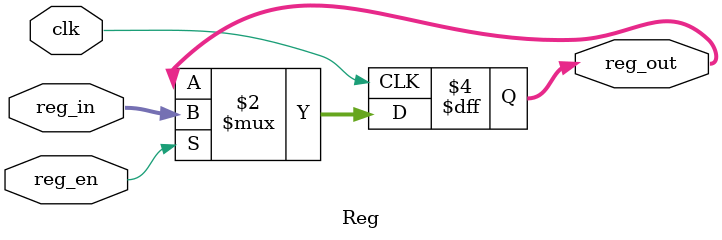
<source format=v>
module Reg (
    input clk,
    input reg_en,
    input wire [23:0] reg_in,

    output reg [23:0] reg_out 
);
    
always @(posedge clk) begin
    if (reg_en)
        reg_out <= reg_in;
end

endmodule
</source>
